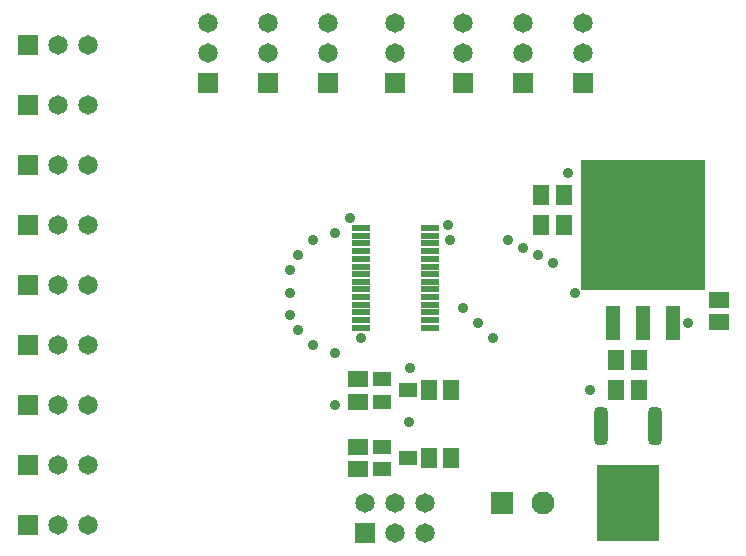
<source format=gts>
G04*
G04 #@! TF.GenerationSoftware,Altium Limited,Altium Designer,19.1.5 (86)*
G04*
G04 Layer_Color=8388736*
%FSLAX25Y25*%
%MOIN*%
G70*
G01*
G75*
%ADD13R,0.06400X0.02000*%
%ADD14R,0.05718X0.06506*%
%ADD15R,0.06506X0.05718*%
%ADD16R,0.06112X0.04537*%
G04:AMPARAMS|DCode=17|XSize=124.9mil|YSize=44.19mil|CornerRadius=12.55mil|HoleSize=0mil|Usage=FLASHONLY|Rotation=90.000|XOffset=0mil|YOffset=0mil|HoleType=Round|Shape=RoundedRectangle|*
%AMROUNDEDRECTD17*
21,1,0.12490,0.01909,0,0,90.0*
21,1,0.09980,0.04419,0,0,90.0*
1,1,0.02509,0.00955,0.04990*
1,1,0.02509,0.00955,-0.04990*
1,1,0.02509,-0.00955,-0.04990*
1,1,0.02509,-0.00955,0.04990*
%
%ADD17ROUNDEDRECTD17*%
%ADD18R,0.20639X0.25482*%
%ADD19R,0.41800X0.43400*%
%ADD20R,0.04600X0.11200*%
%ADD21C,0.06506*%
%ADD22R,0.06506X0.06506*%
%ADD23R,0.06506X0.06506*%
%ADD24C,0.07687*%
%ADD25R,0.07687X0.07687*%
%ADD26C,0.03600*%
D13*
X138500Y116600D02*
D03*
Y114100D02*
D03*
Y111500D02*
D03*
Y109000D02*
D03*
Y106400D02*
D03*
Y103800D02*
D03*
Y101300D02*
D03*
Y98700D02*
D03*
Y96200D02*
D03*
Y93600D02*
D03*
Y91000D02*
D03*
Y88500D02*
D03*
Y85900D02*
D03*
Y83400D02*
D03*
X161500D02*
D03*
Y85900D02*
D03*
Y88500D02*
D03*
Y91000D02*
D03*
Y93600D02*
D03*
Y96200D02*
D03*
Y98700D02*
D03*
Y101300D02*
D03*
Y103800D02*
D03*
Y106400D02*
D03*
Y109000D02*
D03*
Y111500D02*
D03*
Y114100D02*
D03*
Y116600D02*
D03*
D14*
X206240Y127500D02*
D03*
X198760D02*
D03*
Y117500D02*
D03*
X206240D02*
D03*
X161260Y62500D02*
D03*
X168740D02*
D03*
X161260Y40000D02*
D03*
X168740D02*
D03*
X231240Y72500D02*
D03*
X223760D02*
D03*
X231240Y62500D02*
D03*
X223760D02*
D03*
D15*
X258000Y92740D02*
D03*
Y85260D02*
D03*
X137500Y58760D02*
D03*
Y66240D02*
D03*
Y36260D02*
D03*
Y43740D02*
D03*
D16*
X145669Y66240D02*
D03*
Y58760D02*
D03*
X154331Y62500D02*
D03*
X145669Y43740D02*
D03*
Y36260D02*
D03*
X154331Y40000D02*
D03*
D17*
X236500Y50709D02*
D03*
X218500D02*
D03*
D18*
X227500Y25000D02*
D03*
D19*
X232500Y117500D02*
D03*
D20*
X242500Y84900D02*
D03*
X232500D02*
D03*
X222500D02*
D03*
D21*
X150000Y185000D02*
D03*
Y175000D02*
D03*
X172500Y185000D02*
D03*
Y175000D02*
D03*
X192500Y185000D02*
D03*
Y175000D02*
D03*
X212500Y185000D02*
D03*
Y175000D02*
D03*
X87500Y185000D02*
D03*
Y175000D02*
D03*
X107500Y185000D02*
D03*
Y175000D02*
D03*
X127500Y185000D02*
D03*
Y175000D02*
D03*
X47500Y17500D02*
D03*
X37500D02*
D03*
X140000Y25000D02*
D03*
X150000Y15000D02*
D03*
Y25000D02*
D03*
X160000Y15000D02*
D03*
Y25000D02*
D03*
X47500Y37500D02*
D03*
X37500D02*
D03*
X47500Y57500D02*
D03*
X37500D02*
D03*
X47500Y77500D02*
D03*
X37500D02*
D03*
X47500Y97500D02*
D03*
X37500D02*
D03*
X47500Y117500D02*
D03*
X37500D02*
D03*
X47500Y137500D02*
D03*
X37500D02*
D03*
X47500Y157500D02*
D03*
X37500D02*
D03*
X47500Y177500D02*
D03*
X37500D02*
D03*
D22*
X150000Y165000D02*
D03*
X172500D02*
D03*
X192500D02*
D03*
X212500D02*
D03*
X87500D02*
D03*
X107500D02*
D03*
X127500D02*
D03*
D23*
X27500Y17500D02*
D03*
X140000Y15000D02*
D03*
X27500Y37500D02*
D03*
Y57500D02*
D03*
Y77500D02*
D03*
Y97500D02*
D03*
Y117500D02*
D03*
Y137500D02*
D03*
Y157500D02*
D03*
Y177500D02*
D03*
D24*
X199390Y25000D02*
D03*
D25*
X185610D02*
D03*
D26*
X135000Y120000D02*
D03*
X130000Y115000D02*
D03*
X122500Y112500D02*
D03*
X117500Y107500D02*
D03*
X115000Y102500D02*
D03*
Y95000D02*
D03*
Y87500D02*
D03*
X117500Y82500D02*
D03*
X122500Y77500D02*
D03*
X130000Y75000D02*
D03*
X207500Y135000D02*
D03*
X182500Y80000D02*
D03*
X177500Y85000D02*
D03*
X172500Y90000D02*
D03*
X202500Y105000D02*
D03*
X197500Y107500D02*
D03*
X192500Y110000D02*
D03*
X187500Y112500D02*
D03*
X168479D02*
D03*
X167500Y117500D02*
D03*
X154498Y51998D02*
D03*
X155000Y70000D02*
D03*
X210000Y95000D02*
D03*
X138500Y80000D02*
D03*
X215000Y62500D02*
D03*
X130000Y57500D02*
D03*
X247500Y85000D02*
D03*
M02*

</source>
